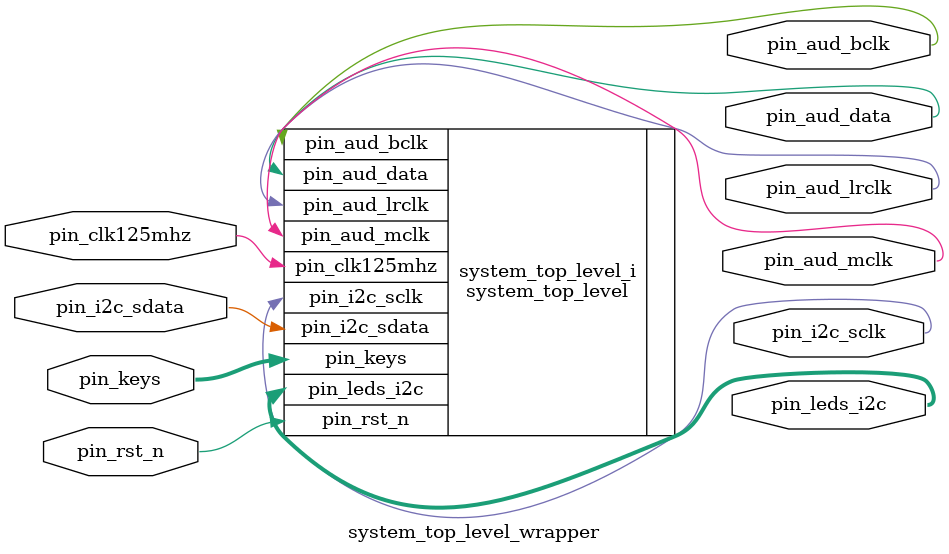
<source format=v>
`timescale 1 ps / 1 ps

module system_top_level_wrapper
   (pin_aud_bclk,
    pin_aud_data,
    pin_aud_lrclk,
    pin_aud_mclk,
    pin_clk125mhz,
    pin_i2c_sclk,
    pin_i2c_sdata,
    pin_keys,
    pin_leds_i2c,
    pin_rst_n);
  output pin_aud_bclk;
  output pin_aud_data;
  output pin_aud_lrclk;
  output pin_aud_mclk;
  input pin_clk125mhz;
  output pin_i2c_sclk;
  inout pin_i2c_sdata;
  input [3:0]pin_keys;
  output [3:0]pin_leds_i2c;
  input pin_rst_n;

  wire pin_aud_bclk;
  wire pin_aud_data;
  wire pin_aud_lrclk;
  wire pin_aud_mclk;
  wire pin_clk125mhz;
  wire pin_i2c_sclk;
  wire pin_i2c_sdata;
  wire [3:0]pin_keys;
  wire [3:0]pin_leds_i2c;
  wire pin_rst_n;

  system_top_level system_top_level_i
       (.pin_aud_bclk(pin_aud_bclk),
        .pin_aud_data(pin_aud_data),
        .pin_aud_lrclk(pin_aud_lrclk),
        .pin_aud_mclk(pin_aud_mclk),
        .pin_clk125mhz(pin_clk125mhz),
        .pin_i2c_sclk(pin_i2c_sclk),
        .pin_i2c_sdata(pin_i2c_sdata),
        .pin_keys(pin_keys),
        .pin_leds_i2c(pin_leds_i2c),
        .pin_rst_n(pin_rst_n));
endmodule

</source>
